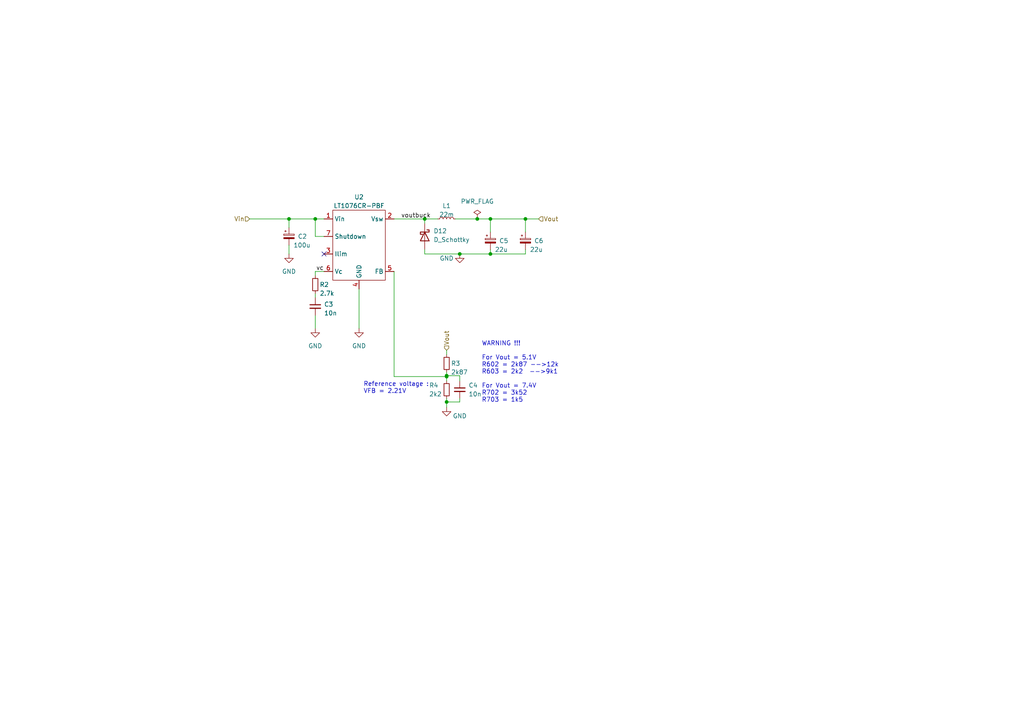
<source format=kicad_sch>
(kicad_sch
	(version 20231120)
	(generator "eeschema")
	(generator_version "8.0")
	(uuid "43a7cf79-e148-4124-8fad-05c15f2da6ec")
	(paper "A4")
	(lib_symbols
		(symbol "Device:C_Polarized_Small"
			(pin_numbers hide)
			(pin_names
				(offset 0.254) hide)
			(exclude_from_sim no)
			(in_bom yes)
			(on_board yes)
			(property "Reference" "C"
				(at 0.254 1.778 0)
				(effects
					(font
						(size 1.27 1.27)
					)
					(justify left)
				)
			)
			(property "Value" "C_Polarized_Small"
				(at 0.254 -2.032 0)
				(effects
					(font
						(size 1.27 1.27)
					)
					(justify left)
				)
			)
			(property "Footprint" ""
				(at 0 0 0)
				(effects
					(font
						(size 1.27 1.27)
					)
					(hide yes)
				)
			)
			(property "Datasheet" "~"
				(at 0 0 0)
				(effects
					(font
						(size 1.27 1.27)
					)
					(hide yes)
				)
			)
			(property "Description" "Polarized capacitor, small symbol"
				(at 0 0 0)
				(effects
					(font
						(size 1.27 1.27)
					)
					(hide yes)
				)
			)
			(property "ki_keywords" "cap capacitor"
				(at 0 0 0)
				(effects
					(font
						(size 1.27 1.27)
					)
					(hide yes)
				)
			)
			(property "ki_fp_filters" "CP_*"
				(at 0 0 0)
				(effects
					(font
						(size 1.27 1.27)
					)
					(hide yes)
				)
			)
			(symbol "C_Polarized_Small_0_1"
				(rectangle
					(start -1.524 -0.3048)
					(end 1.524 -0.6858)
					(stroke
						(width 0)
						(type default)
					)
					(fill
						(type outline)
					)
				)
				(rectangle
					(start -1.524 0.6858)
					(end 1.524 0.3048)
					(stroke
						(width 0)
						(type default)
					)
					(fill
						(type none)
					)
				)
				(polyline
					(pts
						(xy -1.27 1.524) (xy -0.762 1.524)
					)
					(stroke
						(width 0)
						(type default)
					)
					(fill
						(type none)
					)
				)
				(polyline
					(pts
						(xy -1.016 1.27) (xy -1.016 1.778)
					)
					(stroke
						(width 0)
						(type default)
					)
					(fill
						(type none)
					)
				)
			)
			(symbol "C_Polarized_Small_1_1"
				(pin passive line
					(at 0 2.54 270)
					(length 1.8542)
					(name "~"
						(effects
							(font
								(size 1.27 1.27)
							)
						)
					)
					(number "1"
						(effects
							(font
								(size 1.27 1.27)
							)
						)
					)
				)
				(pin passive line
					(at 0 -2.54 90)
					(length 1.8542)
					(name "~"
						(effects
							(font
								(size 1.27 1.27)
							)
						)
					)
					(number "2"
						(effects
							(font
								(size 1.27 1.27)
							)
						)
					)
				)
			)
		)
		(symbol "Device:C_Small"
			(pin_numbers hide)
			(pin_names
				(offset 0.254) hide)
			(exclude_from_sim no)
			(in_bom yes)
			(on_board yes)
			(property "Reference" "C"
				(at 0.254 1.778 0)
				(effects
					(font
						(size 1.27 1.27)
					)
					(justify left)
				)
			)
			(property "Value" "C_Small"
				(at 0.254 -2.032 0)
				(effects
					(font
						(size 1.27 1.27)
					)
					(justify left)
				)
			)
			(property "Footprint" ""
				(at 0 0 0)
				(effects
					(font
						(size 1.27 1.27)
					)
					(hide yes)
				)
			)
			(property "Datasheet" "~"
				(at 0 0 0)
				(effects
					(font
						(size 1.27 1.27)
					)
					(hide yes)
				)
			)
			(property "Description" "Unpolarized capacitor, small symbol"
				(at 0 0 0)
				(effects
					(font
						(size 1.27 1.27)
					)
					(hide yes)
				)
			)
			(property "ki_keywords" "capacitor cap"
				(at 0 0 0)
				(effects
					(font
						(size 1.27 1.27)
					)
					(hide yes)
				)
			)
			(property "ki_fp_filters" "C_*"
				(at 0 0 0)
				(effects
					(font
						(size 1.27 1.27)
					)
					(hide yes)
				)
			)
			(symbol "C_Small_0_1"
				(polyline
					(pts
						(xy -1.524 -0.508) (xy 1.524 -0.508)
					)
					(stroke
						(width 0.3302)
						(type default)
					)
					(fill
						(type none)
					)
				)
				(polyline
					(pts
						(xy -1.524 0.508) (xy 1.524 0.508)
					)
					(stroke
						(width 0.3048)
						(type default)
					)
					(fill
						(type none)
					)
				)
			)
			(symbol "C_Small_1_1"
				(pin passive line
					(at 0 2.54 270)
					(length 2.032)
					(name "~"
						(effects
							(font
								(size 1.27 1.27)
							)
						)
					)
					(number "1"
						(effects
							(font
								(size 1.27 1.27)
							)
						)
					)
				)
				(pin passive line
					(at 0 -2.54 90)
					(length 2.032)
					(name "~"
						(effects
							(font
								(size 1.27 1.27)
							)
						)
					)
					(number "2"
						(effects
							(font
								(size 1.27 1.27)
							)
						)
					)
				)
			)
		)
		(symbol "Device:D_Schottky"
			(pin_numbers hide)
			(pin_names
				(offset 1.016) hide)
			(exclude_from_sim no)
			(in_bom yes)
			(on_board yes)
			(property "Reference" "D"
				(at 0 2.54 0)
				(effects
					(font
						(size 1.27 1.27)
					)
				)
			)
			(property "Value" "D_Schottky"
				(at 0 -2.54 0)
				(effects
					(font
						(size 1.27 1.27)
					)
				)
			)
			(property "Footprint" ""
				(at 0 0 0)
				(effects
					(font
						(size 1.27 1.27)
					)
					(hide yes)
				)
			)
			(property "Datasheet" "~"
				(at 0 0 0)
				(effects
					(font
						(size 1.27 1.27)
					)
					(hide yes)
				)
			)
			(property "Description" "Schottky diode"
				(at 0 0 0)
				(effects
					(font
						(size 1.27 1.27)
					)
					(hide yes)
				)
			)
			(property "ki_keywords" "diode Schottky"
				(at 0 0 0)
				(effects
					(font
						(size 1.27 1.27)
					)
					(hide yes)
				)
			)
			(property "ki_fp_filters" "TO-???* *_Diode_* *SingleDiode* D_*"
				(at 0 0 0)
				(effects
					(font
						(size 1.27 1.27)
					)
					(hide yes)
				)
			)
			(symbol "D_Schottky_0_1"
				(polyline
					(pts
						(xy 1.27 0) (xy -1.27 0)
					)
					(stroke
						(width 0)
						(type default)
					)
					(fill
						(type none)
					)
				)
				(polyline
					(pts
						(xy 1.27 1.27) (xy 1.27 -1.27) (xy -1.27 0) (xy 1.27 1.27)
					)
					(stroke
						(width 0.254)
						(type default)
					)
					(fill
						(type none)
					)
				)
				(polyline
					(pts
						(xy -1.905 0.635) (xy -1.905 1.27) (xy -1.27 1.27) (xy -1.27 -1.27) (xy -0.635 -1.27) (xy -0.635 -0.635)
					)
					(stroke
						(width 0.254)
						(type default)
					)
					(fill
						(type none)
					)
				)
			)
			(symbol "D_Schottky_1_1"
				(pin passive line
					(at -3.81 0 0)
					(length 2.54)
					(name "K"
						(effects
							(font
								(size 1.27 1.27)
							)
						)
					)
					(number "1"
						(effects
							(font
								(size 1.27 1.27)
							)
						)
					)
				)
				(pin passive line
					(at 3.81 0 180)
					(length 2.54)
					(name "A"
						(effects
							(font
								(size 1.27 1.27)
							)
						)
					)
					(number "2"
						(effects
							(font
								(size 1.27 1.27)
							)
						)
					)
				)
			)
		)
		(symbol "Device:L_Small"
			(pin_numbers hide)
			(pin_names
				(offset 0.254) hide)
			(exclude_from_sim no)
			(in_bom yes)
			(on_board yes)
			(property "Reference" "L"
				(at 0.762 1.016 0)
				(effects
					(font
						(size 1.27 1.27)
					)
					(justify left)
				)
			)
			(property "Value" "L_Small"
				(at 0.762 -1.016 0)
				(effects
					(font
						(size 1.27 1.27)
					)
					(justify left)
				)
			)
			(property "Footprint" ""
				(at 0 0 0)
				(effects
					(font
						(size 1.27 1.27)
					)
					(hide yes)
				)
			)
			(property "Datasheet" "~"
				(at 0 0 0)
				(effects
					(font
						(size 1.27 1.27)
					)
					(hide yes)
				)
			)
			(property "Description" "Inductor, small symbol"
				(at 0 0 0)
				(effects
					(font
						(size 1.27 1.27)
					)
					(hide yes)
				)
			)
			(property "ki_keywords" "inductor choke coil reactor magnetic"
				(at 0 0 0)
				(effects
					(font
						(size 1.27 1.27)
					)
					(hide yes)
				)
			)
			(property "ki_fp_filters" "Choke_* *Coil* Inductor_* L_*"
				(at 0 0 0)
				(effects
					(font
						(size 1.27 1.27)
					)
					(hide yes)
				)
			)
			(symbol "L_Small_0_1"
				(arc
					(start 0 -2.032)
					(mid 0.5058 -1.524)
					(end 0 -1.016)
					(stroke
						(width 0)
						(type default)
					)
					(fill
						(type none)
					)
				)
				(arc
					(start 0 -1.016)
					(mid 0.5058 -0.508)
					(end 0 0)
					(stroke
						(width 0)
						(type default)
					)
					(fill
						(type none)
					)
				)
				(arc
					(start 0 0)
					(mid 0.5058 0.508)
					(end 0 1.016)
					(stroke
						(width 0)
						(type default)
					)
					(fill
						(type none)
					)
				)
				(arc
					(start 0 1.016)
					(mid 0.5058 1.524)
					(end 0 2.032)
					(stroke
						(width 0)
						(type default)
					)
					(fill
						(type none)
					)
				)
			)
			(symbol "L_Small_1_1"
				(pin passive line
					(at 0 2.54 270)
					(length 0.508)
					(name "~"
						(effects
							(font
								(size 1.27 1.27)
							)
						)
					)
					(number "1"
						(effects
							(font
								(size 1.27 1.27)
							)
						)
					)
				)
				(pin passive line
					(at 0 -2.54 90)
					(length 0.508)
					(name "~"
						(effects
							(font
								(size 1.27 1.27)
							)
						)
					)
					(number "2"
						(effects
							(font
								(size 1.27 1.27)
							)
						)
					)
				)
			)
		)
		(symbol "Device:R_Small"
			(pin_numbers hide)
			(pin_names
				(offset 0.254) hide)
			(exclude_from_sim no)
			(in_bom yes)
			(on_board yes)
			(property "Reference" "R"
				(at 0.762 0.508 0)
				(effects
					(font
						(size 1.27 1.27)
					)
					(justify left)
				)
			)
			(property "Value" "R_Small"
				(at 0.762 -1.016 0)
				(effects
					(font
						(size 1.27 1.27)
					)
					(justify left)
				)
			)
			(property "Footprint" ""
				(at 0 0 0)
				(effects
					(font
						(size 1.27 1.27)
					)
					(hide yes)
				)
			)
			(property "Datasheet" "~"
				(at 0 0 0)
				(effects
					(font
						(size 1.27 1.27)
					)
					(hide yes)
				)
			)
			(property "Description" "Resistor, small symbol"
				(at 0 0 0)
				(effects
					(font
						(size 1.27 1.27)
					)
					(hide yes)
				)
			)
			(property "ki_keywords" "R resistor"
				(at 0 0 0)
				(effects
					(font
						(size 1.27 1.27)
					)
					(hide yes)
				)
			)
			(property "ki_fp_filters" "R_*"
				(at 0 0 0)
				(effects
					(font
						(size 1.27 1.27)
					)
					(hide yes)
				)
			)
			(symbol "R_Small_0_1"
				(rectangle
					(start -0.762 1.778)
					(end 0.762 -1.778)
					(stroke
						(width 0.2032)
						(type default)
					)
					(fill
						(type none)
					)
				)
			)
			(symbol "R_Small_1_1"
				(pin passive line
					(at 0 2.54 270)
					(length 0.762)
					(name "~"
						(effects
							(font
								(size 1.27 1.27)
							)
						)
					)
					(number "1"
						(effects
							(font
								(size 1.27 1.27)
							)
						)
					)
				)
				(pin passive line
					(at 0 -2.54 90)
					(length 0.762)
					(name "~"
						(effects
							(font
								(size 1.27 1.27)
							)
						)
					)
					(number "2"
						(effects
							(font
								(size 1.27 1.27)
							)
						)
					)
				)
			)
		)
		(symbol "LT1076_1"
			(exclude_from_sim no)
			(in_bom yes)
			(on_board yes)
			(property "Reference" "U"
				(at -6.35 10.16 0)
				(effects
					(font
						(size 1.27 1.27)
					)
				)
			)
			(property "Value" ""
				(at -5.08 2.54 0)
				(effects
					(font
						(size 1.27 1.27)
					)
				)
			)
			(property "Footprint" ""
				(at -5.08 2.54 0)
				(effects
					(font
						(size 1.27 1.27)
					)
					(hide yes)
				)
			)
			(property "Datasheet" ""
				(at -5.08 2.54 0)
				(effects
					(font
						(size 1.27 1.27)
					)
					(hide yes)
				)
			)
			(property "Description" ""
				(at 0 0 0)
				(effects
					(font
						(size 1.27 1.27)
					)
					(hide yes)
				)
			)
			(symbol "LT1076_1_0_1"
				(rectangle
					(start -7.62 8.89)
					(end 7.62 -11.43)
					(stroke
						(width 0)
						(type default)
					)
					(fill
						(type none)
					)
				)
			)
			(symbol "LT1076_1_1_1"
				(pin power_in line
					(at -10.16 6.35 0)
					(length 2.54)
					(name "Vin"
						(effects
							(font
								(size 1.27 1.27)
							)
						)
					)
					(number "1"
						(effects
							(font
								(size 1.27 1.27)
							)
						)
					)
				)
				(pin output line
					(at 10.16 6.35 180)
					(length 2.54)
					(name "Vsw"
						(effects
							(font
								(size 1.27 1.27)
							)
						)
					)
					(number "2"
						(effects
							(font
								(size 1.27 1.27)
							)
						)
					)
				)
				(pin input line
					(at -10.16 -3.81 0)
					(length 2.54)
					(name "Ilim"
						(effects
							(font
								(size 1.27 1.27)
							)
						)
					)
					(number "3"
						(effects
							(font
								(size 1.27 1.27)
							)
						)
					)
				)
				(pin power_in line
					(at 0 -13.97 90)
					(length 2.54)
					(name "GND"
						(effects
							(font
								(size 1.27 1.27)
							)
						)
					)
					(number "4"
						(effects
							(font
								(size 1.27 1.27)
							)
						)
					)
				)
				(pin input line
					(at 10.16 -8.89 180)
					(length 2.54)
					(name "FB"
						(effects
							(font
								(size 1.27 1.27)
							)
						)
					)
					(number "5"
						(effects
							(font
								(size 1.27 1.27)
							)
						)
					)
				)
				(pin input line
					(at -10.16 -8.89 0)
					(length 2.54)
					(name "Vc"
						(effects
							(font
								(size 1.27 1.27)
							)
						)
					)
					(number "6"
						(effects
							(font
								(size 1.27 1.27)
							)
						)
					)
				)
				(pin input line
					(at -10.16 1.27 0)
					(length 2.54)
					(name "Shutdown"
						(effects
							(font
								(size 1.27 1.27)
							)
						)
					)
					(number "7"
						(effects
							(font
								(size 1.27 1.27)
							)
						)
					)
				)
			)
		)
		(symbol "power:GND"
			(power)
			(pin_names
				(offset 0)
			)
			(exclude_from_sim no)
			(in_bom yes)
			(on_board yes)
			(property "Reference" "#PWR"
				(at 0 -6.35 0)
				(effects
					(font
						(size 1.27 1.27)
					)
					(hide yes)
				)
			)
			(property "Value" "GND"
				(at 0 -3.81 0)
				(effects
					(font
						(size 1.27 1.27)
					)
				)
			)
			(property "Footprint" ""
				(at 0 0 0)
				(effects
					(font
						(size 1.27 1.27)
					)
					(hide yes)
				)
			)
			(property "Datasheet" ""
				(at 0 0 0)
				(effects
					(font
						(size 1.27 1.27)
					)
					(hide yes)
				)
			)
			(property "Description" "Power symbol creates a global label with name \"GND\" , ground"
				(at 0 0 0)
				(effects
					(font
						(size 1.27 1.27)
					)
					(hide yes)
				)
			)
			(property "ki_keywords" "global power"
				(at 0 0 0)
				(effects
					(font
						(size 1.27 1.27)
					)
					(hide yes)
				)
			)
			(symbol "GND_0_1"
				(polyline
					(pts
						(xy 0 0) (xy 0 -1.27) (xy 1.27 -1.27) (xy 0 -2.54) (xy -1.27 -1.27) (xy 0 -1.27)
					)
					(stroke
						(width 0)
						(type default)
					)
					(fill
						(type none)
					)
				)
			)
			(symbol "GND_1_1"
				(pin power_in line
					(at 0 0 270)
					(length 0) hide
					(name "GND"
						(effects
							(font
								(size 1.27 1.27)
							)
						)
					)
					(number "1"
						(effects
							(font
								(size 1.27 1.27)
							)
						)
					)
				)
			)
		)
		(symbol "power:PWR_FLAG"
			(power)
			(pin_numbers hide)
			(pin_names
				(offset 0) hide)
			(exclude_from_sim no)
			(in_bom yes)
			(on_board yes)
			(property "Reference" "#FLG"
				(at 0 1.905 0)
				(effects
					(font
						(size 1.27 1.27)
					)
					(hide yes)
				)
			)
			(property "Value" "PWR_FLAG"
				(at 0 3.81 0)
				(effects
					(font
						(size 1.27 1.27)
					)
				)
			)
			(property "Footprint" ""
				(at 0 0 0)
				(effects
					(font
						(size 1.27 1.27)
					)
					(hide yes)
				)
			)
			(property "Datasheet" "~"
				(at 0 0 0)
				(effects
					(font
						(size 1.27 1.27)
					)
					(hide yes)
				)
			)
			(property "Description" "Special symbol for telling ERC where power comes from"
				(at 0 0 0)
				(effects
					(font
						(size 1.27 1.27)
					)
					(hide yes)
				)
			)
			(property "ki_keywords" "flag power"
				(at 0 0 0)
				(effects
					(font
						(size 1.27 1.27)
					)
					(hide yes)
				)
			)
			(symbol "PWR_FLAG_0_0"
				(pin power_out line
					(at 0 0 90)
					(length 0)
					(name "pwr"
						(effects
							(font
								(size 1.27 1.27)
							)
						)
					)
					(number "1"
						(effects
							(font
								(size 1.27 1.27)
							)
						)
					)
				)
			)
			(symbol "PWR_FLAG_0_1"
				(polyline
					(pts
						(xy 0 0) (xy 0 1.27) (xy -1.016 1.905) (xy 0 2.54) (xy 1.016 1.905) (xy 0 1.27)
					)
					(stroke
						(width 0)
						(type default)
					)
					(fill
						(type none)
					)
				)
			)
		)
	)
	(junction
		(at 129.54 108.966)
		(diameter 0)
		(color 0 0 0 0)
		(uuid "0f4e11d7-38a4-4831-b4a4-b9f04d8a486f")
	)
	(junction
		(at 91.44 63.5)
		(diameter 0)
		(color 0 0 0 0)
		(uuid "228c0b57-52da-4cdb-bf6b-3c123444c2a1")
	)
	(junction
		(at 152.4 63.5)
		(diameter 0)
		(color 0 0 0 0)
		(uuid "2c106877-379c-464b-afb2-2481133cfee4")
	)
	(junction
		(at 138.43 63.5)
		(diameter 0)
		(color 0 0 0 0)
		(uuid "75e67e06-452e-42cb-b377-51d99a0c8221")
	)
	(junction
		(at 129.54 109.22)
		(diameter 0)
		(color 0 0 0 0)
		(uuid "844dd7d6-99a1-4411-8fed-71edbc21c29f")
	)
	(junction
		(at 129.54 116.586)
		(diameter 0)
		(color 0 0 0 0)
		(uuid "a790d590-de48-46fb-b7fb-58e0e23d6625")
	)
	(junction
		(at 123.19 63.5)
		(diameter 0)
		(color 0 0 0 0)
		(uuid "ab8ecc42-6ad4-4016-89bc-b4cdc65d20cd")
	)
	(junction
		(at 142.24 63.5)
		(diameter 0)
		(color 0 0 0 0)
		(uuid "b288a829-4c29-4384-9989-a776b6015485")
	)
	(junction
		(at 142.24 73.66)
		(diameter 0)
		(color 0 0 0 0)
		(uuid "bc2fe9c6-3aa1-4991-91a6-12b034d94e8c")
	)
	(junction
		(at 133.35 73.66)
		(diameter 0)
		(color 0 0 0 0)
		(uuid "d7356bd5-d971-42e4-92df-211de119f2b9")
	)
	(junction
		(at 83.82 63.5)
		(diameter 0)
		(color 0 0 0 0)
		(uuid "ed35fcd4-055e-4f84-9fe8-e1155be8c99c")
	)
	(no_connect
		(at 93.98 73.66)
		(uuid "30caa600-2628-43b4-9711-84d22e862647")
	)
	(wire
		(pts
			(xy 152.4 63.5) (xy 142.24 63.5)
		)
		(stroke
			(width 0)
			(type default)
		)
		(uuid "019d7028-5caf-4646-8851-be9f9ded36d2")
	)
	(wire
		(pts
			(xy 123.19 72.39) (xy 123.19 73.66)
		)
		(stroke
			(width 0)
			(type default)
		)
		(uuid "0beefdf2-2331-4b13-acd1-309fc2ab8c3f")
	)
	(wire
		(pts
			(xy 104.14 83.82) (xy 104.14 95.25)
		)
		(stroke
			(width 0)
			(type default)
		)
		(uuid "16336937-824b-4142-a666-8c78333e4cd9")
	)
	(wire
		(pts
			(xy 72.39 63.5) (xy 83.82 63.5)
		)
		(stroke
			(width 0)
			(type default)
		)
		(uuid "1b2687d7-e39d-4012-aad2-490fa5c948d8")
	)
	(wire
		(pts
			(xy 133.35 115.57) (xy 133.35 116.586)
		)
		(stroke
			(width 0)
			(type default)
		)
		(uuid "1cc23d3e-737f-43b0-b143-c0c697dd0b50")
	)
	(wire
		(pts
			(xy 83.82 71.12) (xy 83.82 73.66)
		)
		(stroke
			(width 0)
			(type default)
		)
		(uuid "28c932e8-68f2-47f0-828d-b39f12ccbd09")
	)
	(wire
		(pts
			(xy 91.44 95.25) (xy 91.44 91.44)
		)
		(stroke
			(width 0)
			(type default)
		)
		(uuid "2b20ed6c-9b2a-479b-83e5-edbff06af7f4")
	)
	(wire
		(pts
			(xy 91.44 78.74) (xy 93.98 78.74)
		)
		(stroke
			(width 0)
			(type default)
		)
		(uuid "2ec6faa3-e5a0-447d-adea-b9e5d584e7f2")
	)
	(wire
		(pts
			(xy 91.44 80.01) (xy 91.44 78.74)
		)
		(stroke
			(width 0)
			(type default)
		)
		(uuid "4059dde1-fb87-4568-90b5-a9f1e7a27b3d")
	)
	(wire
		(pts
			(xy 129.54 109.22) (xy 129.54 110.49)
		)
		(stroke
			(width 0)
			(type default)
		)
		(uuid "4ffb4582-5a71-4ab6-a152-274533d1e2a8")
	)
	(wire
		(pts
			(xy 114.3 78.74) (xy 114.3 109.22)
		)
		(stroke
			(width 0)
			(type default)
		)
		(uuid "5030a1aa-b1cd-4a62-bc91-aed1bcbf4cda")
	)
	(wire
		(pts
			(xy 83.82 63.5) (xy 91.44 63.5)
		)
		(stroke
			(width 0)
			(type default)
		)
		(uuid "52a118b3-d7cb-4b7f-bf03-81115abcb57c")
	)
	(wire
		(pts
			(xy 91.44 68.58) (xy 91.44 63.5)
		)
		(stroke
			(width 0)
			(type default)
		)
		(uuid "56b9d1ec-9ede-477b-b389-9e2448df5ec6")
	)
	(wire
		(pts
			(xy 152.4 63.5) (xy 152.4 67.31)
		)
		(stroke
			(width 0)
			(type default)
		)
		(uuid "60e9730f-ba94-4e54-bd09-2ac27c887eb8")
	)
	(wire
		(pts
			(xy 91.44 85.09) (xy 91.44 86.36)
		)
		(stroke
			(width 0)
			(type default)
		)
		(uuid "6936345f-54c6-429b-a004-eec5ef47965b")
	)
	(wire
		(pts
			(xy 138.43 63.5) (xy 142.24 63.5)
		)
		(stroke
			(width 0)
			(type default)
		)
		(uuid "7c5899e6-707c-4728-a170-a03a97c10bcf")
	)
	(wire
		(pts
			(xy 152.4 73.66) (xy 152.4 72.39)
		)
		(stroke
			(width 0)
			(type default)
		)
		(uuid "7f4db181-3cb5-4519-a330-62bad7e19902")
	)
	(wire
		(pts
			(xy 91.44 63.5) (xy 93.98 63.5)
		)
		(stroke
			(width 0)
			(type default)
		)
		(uuid "814a508d-5d5b-4a63-a001-e98f71f68a2d")
	)
	(wire
		(pts
			(xy 123.19 64.77) (xy 123.19 63.5)
		)
		(stroke
			(width 0)
			(type default)
		)
		(uuid "82bfc3d5-29fe-4bd9-8073-34dc95b1bd46")
	)
	(wire
		(pts
			(xy 142.24 73.66) (xy 152.4 73.66)
		)
		(stroke
			(width 0)
			(type default)
		)
		(uuid "836d51cc-4212-41d6-9d96-0912e20c2f00")
	)
	(wire
		(pts
			(xy 123.19 73.66) (xy 133.35 73.66)
		)
		(stroke
			(width 0)
			(type default)
		)
		(uuid "86bf081a-9d94-4e35-9829-322b9f430379")
	)
	(wire
		(pts
			(xy 129.54 115.57) (xy 129.54 116.586)
		)
		(stroke
			(width 0)
			(type default)
		)
		(uuid "8837ee34-ff68-4847-8fd8-ad244d965aec")
	)
	(wire
		(pts
			(xy 129.54 118.11) (xy 129.54 116.586)
		)
		(stroke
			(width 0)
			(type default)
		)
		(uuid "8cb739f4-ca57-4513-ba28-5c6f05a93ffb")
	)
	(wire
		(pts
			(xy 114.3 109.22) (xy 129.54 109.22)
		)
		(stroke
			(width 0)
			(type default)
		)
		(uuid "99d8d571-6838-4186-acd6-350d7e70387a")
	)
	(wire
		(pts
			(xy 133.35 110.49) (xy 133.35 108.966)
		)
		(stroke
			(width 0)
			(type default)
		)
		(uuid "a248f41b-03c9-4706-b2a7-cb040e2a46a3")
	)
	(wire
		(pts
			(xy 129.54 107.95) (xy 129.54 108.966)
		)
		(stroke
			(width 0)
			(type default)
		)
		(uuid "a92e99a2-d503-4784-9596-2ef9a77c9f27")
	)
	(wire
		(pts
			(xy 156.21 63.5) (xy 152.4 63.5)
		)
		(stroke
			(width 0)
			(type default)
		)
		(uuid "b83696ba-d37a-472d-bc4a-e100dc0cbf8c")
	)
	(wire
		(pts
			(xy 93.98 68.58) (xy 91.44 68.58)
		)
		(stroke
			(width 0)
			(type default)
		)
		(uuid "c2d9b231-432a-4fb1-96f1-c16e7d2f1fca")
	)
	(wire
		(pts
			(xy 129.54 116.586) (xy 133.35 116.586)
		)
		(stroke
			(width 0)
			(type default)
		)
		(uuid "c737bad3-874e-4ffa-aab8-91edeba1998c")
	)
	(wire
		(pts
			(xy 129.54 101.6) (xy 129.54 102.87)
		)
		(stroke
			(width 0)
			(type default)
		)
		(uuid "c8e31f70-e90f-4499-8e08-25323079669d")
	)
	(wire
		(pts
			(xy 114.3 63.5) (xy 123.19 63.5)
		)
		(stroke
			(width 0)
			(type default)
		)
		(uuid "decb36ab-d4fd-4560-911d-27633e6c6b8a")
	)
	(wire
		(pts
			(xy 133.35 73.66) (xy 142.24 73.66)
		)
		(stroke
			(width 0)
			(type default)
		)
		(uuid "e398910f-5401-4a83-b16f-cba61ba0e897")
	)
	(wire
		(pts
			(xy 142.24 63.5) (xy 142.24 67.31)
		)
		(stroke
			(width 0)
			(type default)
		)
		(uuid "e78a2fb0-e3d4-40cb-a7f4-1a67c743db82")
	)
	(wire
		(pts
			(xy 129.54 108.966) (xy 133.35 108.966)
		)
		(stroke
			(width 0)
			(type default)
		)
		(uuid "ea1cf9c7-6de0-4f35-b0cf-f9e103cb38b9")
	)
	(wire
		(pts
			(xy 83.82 63.5) (xy 83.82 66.04)
		)
		(stroke
			(width 0)
			(type default)
		)
		(uuid "ea9c2ed9-efbc-437b-966f-6a2b3db9ce3b")
	)
	(wire
		(pts
			(xy 129.54 109.22) (xy 129.54 108.966)
		)
		(stroke
			(width 0)
			(type default)
		)
		(uuid "ef39014a-ff36-40a5-8216-cabebd9e5b58")
	)
	(wire
		(pts
			(xy 132.08 63.5) (xy 138.43 63.5)
		)
		(stroke
			(width 0)
			(type default)
		)
		(uuid "f04c1b1a-6ead-4655-a11e-90b8c5e02ef8")
	)
	(wire
		(pts
			(xy 142.24 72.39) (xy 142.24 73.66)
		)
		(stroke
			(width 0)
			(type default)
		)
		(uuid "fbfd7127-654b-4bac-b0d4-934c75717550")
	)
	(wire
		(pts
			(xy 123.19 63.5) (xy 127 63.5)
		)
		(stroke
			(width 0)
			(type default)
		)
		(uuid "fee45af2-05ac-4e19-a929-cc2711f407e4")
	)
	(text "Reference voltage :\nVFB = 2.21V"
		(exclude_from_sim no)
		(at 105.41 114.3 0)
		(effects
			(font
				(size 1.27 1.27)
			)
			(justify left bottom)
		)
		(uuid "9eae6204-87d7-410f-acee-99512711ba3c")
	)
	(text "WARNING !!!\n\nFor Vout = 5.1V\nR602 = 2k87 -->12k\nR603 = 2k2  -->9k1\n\nFor Vout = 7.4V\nR702 = 3k52\nR703 = 1k5"
		(exclude_from_sim no)
		(at 139.7 116.84 0)
		(effects
			(font
				(size 1.27 1.27)
			)
			(justify left bottom)
		)
		(uuid "f98e6531-89af-47d7-a819-384501e54750")
	)
	(label "vc"
		(at 91.694 78.74 0)
		(fields_autoplaced yes)
		(effects
			(font
				(size 1.27 1.27)
			)
			(justify left bottom)
		)
		(uuid "53b8c80d-1a8e-4d48-8e19-26c276c30d5c")
	)
	(label "voutbuck"
		(at 116.332 63.5 0)
		(fields_autoplaced yes)
		(effects
			(font
				(size 1.27 1.27)
			)
			(justify left bottom)
		)
		(uuid "fe40b3e5-9983-4dc2-9517-a183ba7d550b")
	)
	(hierarchical_label "Vin"
		(shape input)
		(at 72.39 63.5 180)
		(fields_autoplaced yes)
		(effects
			(font
				(size 1.27 1.27)
			)
			(justify right)
		)
		(uuid "096a0059-9abe-430d-89d9-ac42b1ec3b69")
		(property "14.4V" ""
			(at 72.39 64.77 0)
			(effects
				(font
					(size 1.27 1.27)
					(italic yes)
				)
				(justify right)
			)
		)
	)
	(hierarchical_label "Vout"
		(shape input)
		(at 129.54 101.6 90)
		(fields_autoplaced yes)
		(effects
			(font
				(size 1.27 1.27)
			)
			(justify left)
		)
		(uuid "a03e3639-1964-4c40-887f-632d2daba913")
	)
	(hierarchical_label "Vout"
		(shape input)
		(at 156.21 63.5 0)
		(fields_autoplaced yes)
		(effects
			(font
				(size 1.27 1.27)
			)
			(justify left)
		)
		(uuid "d8dec13b-c27e-4b01-92d9-301e76365e62")
	)
	(symbol
		(lib_id "Device:D_Schottky")
		(at 123.19 68.58 270)
		(unit 1)
		(exclude_from_sim no)
		(in_bom yes)
		(on_board yes)
		(dnp no)
		(fields_autoplaced yes)
		(uuid "2757c411-0449-494d-bd96-e6073d15abc4")
		(property "Reference" "D12"
			(at 125.73 66.9925 90)
			(effects
				(font
					(size 1.27 1.27)
				)
				(justify left)
			)
		)
		(property "Value" "D_Schottky"
			(at 125.73 69.5325 90)
			(effects
				(font
					(size 1.27 1.27)
				)
				(justify left)
			)
		)
		(property "Footprint" "custom:DST10100S"
			(at 123.19 68.58 0)
			(effects
				(font
					(size 1.27 1.27)
				)
				(hide yes)
			)
		)
		(property "Datasheet" "https://www.mouser.fr/datasheet/2/240/media-3323546.pdf"
			(at 123.19 68.58 0)
			(effects
				(font
					(size 1.27 1.27)
				)
				(hide yes)
			)
		)
		(property "Description" ""
			(at 123.19 68.58 0)
			(effects
				(font
					(size 1.27 1.27)
				)
				(hide yes)
			)
		)
		(property "MPN" "DST10100S"
			(at 123.19 68.58 90)
			(effects
				(font
					(size 1.27 1.27)
				)
				(hide yes)
			)
		)
		(pin "1"
			(uuid "48c1998b-87f5-4304-8f6d-651e00eea1b7")
		)
		(pin "2"
			(uuid "8218449e-2cdd-4e4e-95e2-fa1db43ac231")
		)
		(instances
			(project "test1"
				(path "/6efb9aa2-c304-47cb-bf47-2a5d20e826bc/cad709d9-2085-46d3-9191-e70c9b6c1eb6"
					(reference "D12")
					(unit 1)
				)
			)
		)
	)
	(symbol
		(lib_id "Device:R_Small")
		(at 129.54 105.41 0)
		(unit 1)
		(exclude_from_sim no)
		(in_bom yes)
		(on_board yes)
		(dnp no)
		(uuid "2bfe7844-02f6-44a6-ac9a-55ae25813c34")
		(property "Reference" "R3"
			(at 130.81 105.41 0)
			(effects
				(font
					(size 1.27 1.27)
				)
				(justify left)
			)
		)
		(property "Value" "2k87"
			(at 130.81 107.95 0)
			(effects
				(font
					(size 1.27 1.27)
				)
				(justify left)
			)
		)
		(property "Footprint" "Resistor_SMD:R_0402_1005Metric"
			(at 129.54 105.41 0)
			(effects
				(font
					(size 1.27 1.27)
				)
				(hide yes)
			)
		)
		(property "Datasheet" "~"
			(at 129.54 105.41 0)
			(effects
				(font
					(size 1.27 1.27)
				)
				(hide yes)
			)
		)
		(property "Description" ""
			(at 129.54 105.41 0)
			(effects
				(font
					(size 1.27 1.27)
				)
				(hide yes)
			)
		)
		(pin "1"
			(uuid "232e7ec0-69f1-4315-8eca-39c2ca21e172")
		)
		(pin "2"
			(uuid "e7cb668e-b6ed-4a96-a250-3cb82d33ae65")
		)
		(instances
			(project "test1"
				(path "/6efb9aa2-c304-47cb-bf47-2a5d20e826bc/cad709d9-2085-46d3-9191-e70c9b6c1eb6"
					(reference "R3")
					(unit 1)
				)
			)
		)
	)
	(symbol
		(lib_id "Device:C_Polarized_Small")
		(at 83.82 68.58 0)
		(unit 1)
		(exclude_from_sim no)
		(in_bom yes)
		(on_board yes)
		(dnp no)
		(uuid "2d9917d9-b9a2-4c7b-a77b-76949aea57ed")
		(property "Reference" "C2"
			(at 86.36 68.58 0)
			(effects
				(font
					(size 1.27 1.27)
				)
				(justify left)
			)
		)
		(property "Value" "100u"
			(at 85.09 71.12 0)
			(effects
				(font
					(size 1.27 1.27)
				)
				(justify left)
			)
		)
		(property "Footprint" "Capacitor_SMD:CP_Elec_6.3x7.7"
			(at 83.82 68.58 0)
			(effects
				(font
					(size 1.27 1.27)
				)
				(hide yes)
			)
		)
		(property "Datasheet" "https://www.we-online.com/components/products/datasheet/865060445005.pdf"
			(at 83.82 68.58 0)
			(effects
				(font
					(size 1.27 1.27)
				)
				(hide yes)
			)
		)
		(property "Description" ""
			(at 83.82 68.58 0)
			(effects
				(font
					(size 1.27 1.27)
				)
				(hide yes)
			)
		)
		(property "MPN" "865060445005"
			(at 83.82 68.58 0)
			(effects
				(font
					(size 1.27 1.27)
				)
				(hide yes)
			)
		)
		(property "Vmax" "25V"
			(at 83.82 68.58 0)
			(effects
				(font
					(size 1.27 1.27)
				)
				(hide yes)
			)
		)
		(pin "1"
			(uuid "1c9f98c5-45fe-4110-bb9b-7abde3d80354")
		)
		(pin "2"
			(uuid "94b18a48-958a-4317-bf59-dfd076e9e61e")
		)
		(instances
			(project "test1"
				(path "/6efb9aa2-c304-47cb-bf47-2a5d20e826bc/cad709d9-2085-46d3-9191-e70c9b6c1eb6"
					(reference "C2")
					(unit 1)
				)
			)
		)
	)
	(symbol
		(lib_id "power:GND")
		(at 83.82 73.66 0)
		(unit 1)
		(exclude_from_sim no)
		(in_bom yes)
		(on_board yes)
		(dnp no)
		(fields_autoplaced yes)
		(uuid "32d09372-67e8-4b08-bc2e-a98683cc5042")
		(property "Reference" "#PWR022"
			(at 83.82 80.01 0)
			(effects
				(font
					(size 1.27 1.27)
				)
				(hide yes)
			)
		)
		(property "Value" "GND"
			(at 83.82 78.74 0)
			(effects
				(font
					(size 1.27 1.27)
				)
			)
		)
		(property "Footprint" ""
			(at 83.82 73.66 0)
			(effects
				(font
					(size 1.27 1.27)
				)
				(hide yes)
			)
		)
		(property "Datasheet" ""
			(at 83.82 73.66 0)
			(effects
				(font
					(size 1.27 1.27)
				)
				(hide yes)
			)
		)
		(property "Description" ""
			(at 83.82 73.66 0)
			(effects
				(font
					(size 1.27 1.27)
				)
				(hide yes)
			)
		)
		(pin "1"
			(uuid "02f525c5-ca1f-42f7-a729-f406ddaa5b9d")
		)
		(instances
			(project "test1"
				(path "/6efb9aa2-c304-47cb-bf47-2a5d20e826bc/cad709d9-2085-46d3-9191-e70c9b6c1eb6"
					(reference "#PWR022")
					(unit 1)
				)
			)
		)
	)
	(symbol
		(lib_id "Device:L_Small")
		(at 129.54 63.5 90)
		(unit 1)
		(exclude_from_sim no)
		(in_bom yes)
		(on_board yes)
		(dnp no)
		(fields_autoplaced yes)
		(uuid "381756f8-bee3-4727-bbfe-c35a5a870c64")
		(property "Reference" "L1"
			(at 129.54 59.69 90)
			(effects
				(font
					(size 1.27 1.27)
				)
			)
		)
		(property "Value" "22m"
			(at 129.54 62.23 90)
			(effects
				(font
					(size 1.27 1.27)
				)
			)
		)
		(property "Footprint" "Inductor_SMD:L_Changjiang_FNR8065S"
			(at 129.54 63.5 0)
			(effects
				(font
					(size 1.27 1.27)
				)
				(hide yes)
			)
		)
		(property "Datasheet" "~"
			(at 129.54 63.5 0)
			(effects
				(font
					(size 1.27 1.27)
				)
				(hide yes)
			)
		)
		(property "Description" ""
			(at 129.54 63.5 0)
			(effects
				(font
					(size 1.27 1.27)
				)
				(hide yes)
			)
		)
		(property "MPN" "74404084220"
			(at 129.54 63.5 90)
			(effects
				(font
					(size 1.27 1.27)
				)
				(hide yes)
			)
		)
		(property "Field5" ""
			(at 129.54 63.5 90)
			(effects
				(font
					(size 1.27 1.27)
				)
				(hide yes)
			)
		)
		(pin "1"
			(uuid "01606243-d25a-44f7-b346-14980cca522c")
		)
		(pin "2"
			(uuid "1ad94db7-e537-4595-8b34-c426df1504b4")
		)
		(instances
			(project "test1"
				(path "/6efb9aa2-c304-47cb-bf47-2a5d20e826bc/cad709d9-2085-46d3-9191-e70c9b6c1eb6"
					(reference "L1")
					(unit 1)
				)
			)
		)
	)
	(symbol
		(lib_id "power:PWR_FLAG")
		(at 138.43 63.5 0)
		(unit 1)
		(exclude_from_sim no)
		(in_bom yes)
		(on_board yes)
		(dnp no)
		(fields_autoplaced yes)
		(uuid "453d7d3c-67db-4749-b555-91fdfb5bdf2d")
		(property "Reference" "#FLG01"
			(at 138.43 61.595 0)
			(effects
				(font
					(size 1.27 1.27)
				)
				(hide yes)
			)
		)
		(property "Value" "PWR_FLAG"
			(at 138.43 58.42 0)
			(effects
				(font
					(size 1.27 1.27)
				)
			)
		)
		(property "Footprint" ""
			(at 138.43 63.5 0)
			(effects
				(font
					(size 1.27 1.27)
				)
				(hide yes)
			)
		)
		(property "Datasheet" "~"
			(at 138.43 63.5 0)
			(effects
				(font
					(size 1.27 1.27)
				)
				(hide yes)
			)
		)
		(property "Description" ""
			(at 138.43 63.5 0)
			(effects
				(font
					(size 1.27 1.27)
				)
				(hide yes)
			)
		)
		(pin "1"
			(uuid "67071440-1fc5-4fd7-9d3d-7552373b3a0e")
		)
		(instances
			(project "test1"
				(path "/6efb9aa2-c304-47cb-bf47-2a5d20e826bc/cad709d9-2085-46d3-9191-e70c9b6c1eb6"
					(reference "#FLG01")
					(unit 1)
				)
			)
		)
	)
	(symbol
		(lib_id "Device:C_Small")
		(at 133.35 113.03 0)
		(unit 1)
		(exclude_from_sim no)
		(in_bom yes)
		(on_board yes)
		(dnp no)
		(fields_autoplaced yes)
		(uuid "48b7231a-6ae1-4c2d-b3c3-e074b9ed5fb6")
		(property "Reference" "C4"
			(at 135.89 111.7663 0)
			(effects
				(font
					(size 1.27 1.27)
				)
				(justify left)
			)
		)
		(property "Value" "10n"
			(at 135.89 114.3063 0)
			(effects
				(font
					(size 1.27 1.27)
				)
				(justify left)
			)
		)
		(property "Footprint" "Capacitor_SMD:C_0402_1005Metric"
			(at 133.35 113.03 0)
			(effects
				(font
					(size 1.27 1.27)
				)
				(hide yes)
			)
		)
		(property "Datasheet" "~"
			(at 133.35 113.03 0)
			(effects
				(font
					(size 1.27 1.27)
				)
				(hide yes)
			)
		)
		(property "Description" ""
			(at 133.35 113.03 0)
			(effects
				(font
					(size 1.27 1.27)
				)
				(hide yes)
			)
		)
		(pin "1"
			(uuid "44305651-f5f4-40fb-8b4d-7a76b01d16fc")
		)
		(pin "2"
			(uuid "f235887b-955e-4508-88ad-c1ae791ef04f")
		)
		(instances
			(project "test1"
				(path "/6efb9aa2-c304-47cb-bf47-2a5d20e826bc/cad709d9-2085-46d3-9191-e70c9b6c1eb6"
					(reference "C4")
					(unit 1)
				)
			)
		)
	)
	(symbol
		(lib_id "power:GND")
		(at 133.35 73.66 0)
		(unit 1)
		(exclude_from_sim no)
		(in_bom yes)
		(on_board yes)
		(dnp no)
		(uuid "5051a358-db9b-4e14-8eac-8f450f71bbd6")
		(property "Reference" "#PWR026"
			(at 133.35 80.01 0)
			(effects
				(font
					(size 1.27 1.27)
				)
				(hide yes)
			)
		)
		(property "Value" "GND"
			(at 129.54 74.93 0)
			(effects
				(font
					(size 1.27 1.27)
				)
			)
		)
		(property "Footprint" ""
			(at 133.35 73.66 0)
			(effects
				(font
					(size 1.27 1.27)
				)
				(hide yes)
			)
		)
		(property "Datasheet" ""
			(at 133.35 73.66 0)
			(effects
				(font
					(size 1.27 1.27)
				)
				(hide yes)
			)
		)
		(property "Description" ""
			(at 133.35 73.66 0)
			(effects
				(font
					(size 1.27 1.27)
				)
				(hide yes)
			)
		)
		(pin "1"
			(uuid "c2928887-aa40-402f-a208-c1dc0bfdfa9d")
		)
		(instances
			(project "test1"
				(path "/6efb9aa2-c304-47cb-bf47-2a5d20e826bc/cad709d9-2085-46d3-9191-e70c9b6c1eb6"
					(reference "#PWR026")
					(unit 1)
				)
			)
		)
	)
	(symbol
		(lib_id "power:GND")
		(at 104.14 95.25 0)
		(unit 1)
		(exclude_from_sim no)
		(in_bom yes)
		(on_board yes)
		(dnp no)
		(fields_autoplaced yes)
		(uuid "542846a4-f56f-46f0-a385-086b9a0f804a")
		(property "Reference" "#PWR024"
			(at 104.14 101.6 0)
			(effects
				(font
					(size 1.27 1.27)
				)
				(hide yes)
			)
		)
		(property "Value" "GND"
			(at 104.14 100.33 0)
			(effects
				(font
					(size 1.27 1.27)
				)
			)
		)
		(property "Footprint" ""
			(at 104.14 95.25 0)
			(effects
				(font
					(size 1.27 1.27)
				)
				(hide yes)
			)
		)
		(property "Datasheet" ""
			(at 104.14 95.25 0)
			(effects
				(font
					(size 1.27 1.27)
				)
				(hide yes)
			)
		)
		(property "Description" ""
			(at 104.14 95.25 0)
			(effects
				(font
					(size 1.27 1.27)
				)
				(hide yes)
			)
		)
		(pin "1"
			(uuid "a69ae903-5b2c-4a6d-a1a4-1d1b8c4988e0")
		)
		(instances
			(project "test1"
				(path "/6efb9aa2-c304-47cb-bf47-2a5d20e826bc/cad709d9-2085-46d3-9191-e70c9b6c1eb6"
					(reference "#PWR024")
					(unit 1)
				)
			)
		)
	)
	(symbol
		(lib_id "power:GND")
		(at 129.54 118.11 0)
		(unit 1)
		(exclude_from_sim no)
		(in_bom yes)
		(on_board yes)
		(dnp no)
		(uuid "55de8a7c-097f-4607-b266-f1e980774fde")
		(property "Reference" "#PWR025"
			(at 129.54 124.46 0)
			(effects
				(font
					(size 1.27 1.27)
				)
				(hide yes)
			)
		)
		(property "Value" "GND"
			(at 133.35 120.65 0)
			(effects
				(font
					(size 1.27 1.27)
				)
			)
		)
		(property "Footprint" ""
			(at 129.54 118.11 0)
			(effects
				(font
					(size 1.27 1.27)
				)
				(hide yes)
			)
		)
		(property "Datasheet" ""
			(at 129.54 118.11 0)
			(effects
				(font
					(size 1.27 1.27)
				)
				(hide yes)
			)
		)
		(property "Description" ""
			(at 129.54 118.11 0)
			(effects
				(font
					(size 1.27 1.27)
				)
				(hide yes)
			)
		)
		(pin "1"
			(uuid "a79ec4fd-a037-4748-942d-c27f1404851e")
		)
		(instances
			(project "test1"
				(path "/6efb9aa2-c304-47cb-bf47-2a5d20e826bc/cad709d9-2085-46d3-9191-e70c9b6c1eb6"
					(reference "#PWR025")
					(unit 1)
				)
			)
		)
	)
	(symbol
		(lib_name "LT1076_1")
		(lib_id "custom:LT1076")
		(at 104.14 69.85 0)
		(unit 1)
		(exclude_from_sim no)
		(in_bom yes)
		(on_board yes)
		(dnp no)
		(uuid "88e66906-9875-4eff-943b-cc8f57df8dc0")
		(property "Reference" "U2"
			(at 104.14 57.15 0)
			(effects
				(font
					(size 1.27 1.27)
				)
			)
		)
		(property "Value" "LT1076CR-PBF"
			(at 104.14 59.69 0)
			(effects
				(font
					(size 1.27 1.27)
				)
			)
		)
		(property "Footprint" "Package_TO_SOT_SMD:TO-263-7_TabPin4"
			(at 99.06 67.31 0)
			(effects
				(font
					(size 1.27 1.27)
				)
				(hide yes)
			)
		)
		(property "Datasheet" "https://www.mouser.fr/datasheet/2/609/1074fds-3123169.pdf"
			(at 99.06 67.31 0)
			(effects
				(font
					(size 1.27 1.27)
				)
				(hide yes)
			)
		)
		(property "Description" ""
			(at 104.14 69.85 0)
			(effects
				(font
					(size 1.27 1.27)
				)
				(hide yes)
			)
		)
		(property "MPN" "LT1076CR"
			(at 104.14 69.85 0)
			(effects
				(font
					(size 1.27 1.27)
				)
				(hide yes)
			)
		)
		(pin "1"
			(uuid "324d0838-6b26-4226-bc97-b8c50f3be522")
		)
		(pin "2"
			(uuid "00b51329-d0ae-49b2-8dc4-333437d9a99f")
		)
		(pin "3"
			(uuid "f2896278-861d-4be7-95f9-ebfbdd7976f6")
		)
		(pin "4"
			(uuid "45cf4377-0caf-49f2-9a9d-ad2698f87122")
		)
		(pin "5"
			(uuid "d336f396-45d7-4a55-b5a7-2f394824b3c8")
		)
		(pin "6"
			(uuid "3f012347-0932-442c-a4ef-0d9349d6b8af")
		)
		(pin "7"
			(uuid "0d7e1968-f0b2-4d27-8a31-0ea12288ffa5")
		)
		(instances
			(project "test1"
				(path "/6efb9aa2-c304-47cb-bf47-2a5d20e826bc/cad709d9-2085-46d3-9191-e70c9b6c1eb6"
					(reference "U2")
					(unit 1)
				)
			)
		)
	)
	(symbol
		(lib_id "power:GND")
		(at 91.44 95.25 0)
		(unit 1)
		(exclude_from_sim no)
		(in_bom yes)
		(on_board yes)
		(dnp no)
		(fields_autoplaced yes)
		(uuid "95d27861-e0c4-4bde-8e00-164658d2522d")
		(property "Reference" "#PWR023"
			(at 91.44 101.6 0)
			(effects
				(font
					(size 1.27 1.27)
				)
				(hide yes)
			)
		)
		(property "Value" "GND"
			(at 91.44 100.33 0)
			(effects
				(font
					(size 1.27 1.27)
				)
			)
		)
		(property "Footprint" ""
			(at 91.44 95.25 0)
			(effects
				(font
					(size 1.27 1.27)
				)
				(hide yes)
			)
		)
		(property "Datasheet" ""
			(at 91.44 95.25 0)
			(effects
				(font
					(size 1.27 1.27)
				)
				(hide yes)
			)
		)
		(property "Description" ""
			(at 91.44 95.25 0)
			(effects
				(font
					(size 1.27 1.27)
				)
				(hide yes)
			)
		)
		(pin "1"
			(uuid "1b894dc2-5ed4-4d16-99d5-c6e7bb5a74ff")
		)
		(instances
			(project "test1"
				(path "/6efb9aa2-c304-47cb-bf47-2a5d20e826bc/cad709d9-2085-46d3-9191-e70c9b6c1eb6"
					(reference "#PWR023")
					(unit 1)
				)
			)
		)
	)
	(symbol
		(lib_id "Device:C_Polarized_Small")
		(at 142.24 69.85 0)
		(unit 1)
		(exclude_from_sim no)
		(in_bom yes)
		(on_board yes)
		(dnp no)
		(uuid "bd1f8cbf-6f78-487b-8279-778188e41776")
		(property "Reference" "C5"
			(at 144.78 69.85 0)
			(effects
				(font
					(size 1.27 1.27)
				)
				(justify left)
			)
		)
		(property "Value" "22u"
			(at 143.51 72.39 0)
			(effects
				(font
					(size 1.27 1.27)
				)
				(justify left)
			)
		)
		(property "Footprint" "Capacitor_SMD:CP_Elec_4x5.4"
			(at 142.24 69.85 0)
			(effects
				(font
					(size 1.27 1.27)
				)
				(hide yes)
			)
		)
		(property "Datasheet" "https://www.we-online.com/components/products/datasheet/865060240001.pdf"
			(at 142.24 69.85 0)
			(effects
				(font
					(size 1.27 1.27)
				)
				(hide yes)
			)
		)
		(property "Description" ""
			(at 142.24 69.85 0)
			(effects
				(font
					(size 1.27 1.27)
				)
				(hide yes)
			)
		)
		(property "MPN" "865060240001"
			(at 142.24 69.85 0)
			(effects
				(font
					(size 1.27 1.27)
				)
				(hide yes)
			)
		)
		(property "Vmax" "10V"
			(at 142.24 69.85 0)
			(effects
				(font
					(size 1.27 1.27)
				)
				(hide yes)
			)
		)
		(pin "1"
			(uuid "a124353d-9e28-4daf-97b9-75bd15325553")
		)
		(pin "2"
			(uuid "08313b13-54cd-4994-a6f0-ebbc84534b8f")
		)
		(instances
			(project "test1"
				(path "/6efb9aa2-c304-47cb-bf47-2a5d20e826bc/cad709d9-2085-46d3-9191-e70c9b6c1eb6"
					(reference "C5")
					(unit 1)
				)
			)
		)
	)
	(symbol
		(lib_id "Device:R_Small")
		(at 91.44 82.55 0)
		(unit 1)
		(exclude_from_sim no)
		(in_bom yes)
		(on_board yes)
		(dnp no)
		(uuid "cbf3b55f-5487-41dd-9f53-37d4c7c5f4e7")
		(property "Reference" "R2"
			(at 92.71 82.55 0)
			(effects
				(font
					(size 1.27 1.27)
				)
				(justify left)
			)
		)
		(property "Value" "2.7k"
			(at 92.71 85.09 0)
			(effects
				(font
					(size 1.27 1.27)
				)
				(justify left)
			)
		)
		(property "Footprint" "Resistor_SMD:R_0402_1005Metric"
			(at 91.44 82.55 0)
			(effects
				(font
					(size 1.27 1.27)
				)
				(hide yes)
			)
		)
		(property "Datasheet" "~"
			(at 91.44 82.55 0)
			(effects
				(font
					(size 1.27 1.27)
				)
				(hide yes)
			)
		)
		(property "Description" ""
			(at 91.44 82.55 0)
			(effects
				(font
					(size 1.27 1.27)
				)
				(hide yes)
			)
		)
		(pin "1"
			(uuid "d5251b5f-43dd-4e6b-b46d-16574c4f309e")
		)
		(pin "2"
			(uuid "d870fa1b-abe0-45a2-af15-212cd0ffa569")
		)
		(instances
			(project "test1"
				(path "/6efb9aa2-c304-47cb-bf47-2a5d20e826bc/cad709d9-2085-46d3-9191-e70c9b6c1eb6"
					(reference "R2")
					(unit 1)
				)
			)
		)
	)
	(symbol
		(lib_id "Device:R_Small")
		(at 129.54 113.03 0)
		(unit 1)
		(exclude_from_sim no)
		(in_bom yes)
		(on_board yes)
		(dnp no)
		(uuid "d35e7b69-a741-4fe1-bac1-c3ddb2a33632")
		(property "Reference" "R4"
			(at 124.46 111.76 0)
			(effects
				(font
					(size 1.27 1.27)
				)
				(justify left)
			)
		)
		(property "Value" "2k2"
			(at 124.46 114.3 0)
			(effects
				(font
					(size 1.27 1.27)
				)
				(justify left)
			)
		)
		(property "Footprint" "Resistor_SMD:R_0402_1005Metric"
			(at 129.54 113.03 0)
			(effects
				(font
					(size 1.27 1.27)
				)
				(hide yes)
			)
		)
		(property "Datasheet" "~"
			(at 129.54 113.03 0)
			(effects
				(font
					(size 1.27 1.27)
				)
				(hide yes)
			)
		)
		(property "Description" ""
			(at 129.54 113.03 0)
			(effects
				(font
					(size 1.27 1.27)
				)
				(hide yes)
			)
		)
		(pin "1"
			(uuid "0424ea3f-9ecb-49e7-94f1-086024ed4e94")
		)
		(pin "2"
			(uuid "930802ef-2657-425e-9c1a-d7342b0eee8f")
		)
		(instances
			(project "test1"
				(path "/6efb9aa2-c304-47cb-bf47-2a5d20e826bc/cad709d9-2085-46d3-9191-e70c9b6c1eb6"
					(reference "R4")
					(unit 1)
				)
			)
		)
	)
	(symbol
		(lib_id "Device:C_Polarized_Small")
		(at 152.4 69.85 0)
		(unit 1)
		(exclude_from_sim no)
		(in_bom yes)
		(on_board yes)
		(dnp no)
		(uuid "e949073b-6c76-474a-801e-95a4c0c68e84")
		(property "Reference" "C6"
			(at 154.94 69.85 0)
			(effects
				(font
					(size 1.27 1.27)
				)
				(justify left)
			)
		)
		(property "Value" "22u"
			(at 153.67 72.39 0)
			(effects
				(font
					(size 1.27 1.27)
				)
				(justify left)
			)
		)
		(property "Footprint" "Capacitor_SMD:CP_Elec_4x5.4"
			(at 152.4 69.85 0)
			(effects
				(font
					(size 1.27 1.27)
				)
				(hide yes)
			)
		)
		(property "Datasheet" "https://www.we-online.com/components/products/datasheet/865060240001.pdf"
			(at 152.4 69.85 0)
			(effects
				(font
					(size 1.27 1.27)
				)
				(hide yes)
			)
		)
		(property "Description" ""
			(at 152.4 69.85 0)
			(effects
				(font
					(size 1.27 1.27)
				)
				(hide yes)
			)
		)
		(property "MPN" "865060240001"
			(at 152.4 69.85 0)
			(effects
				(font
					(size 1.27 1.27)
				)
				(hide yes)
			)
		)
		(property "Vmax" "10V"
			(at 152.4 69.85 0)
			(effects
				(font
					(size 1.27 1.27)
				)
				(hide yes)
			)
		)
		(pin "1"
			(uuid "3c98c512-6be2-42df-909f-e6a9de2a04c1")
		)
		(pin "2"
			(uuid "086ce679-ac1f-4fd1-83f7-a32ace144224")
		)
		(instances
			(project "test1"
				(path "/6efb9aa2-c304-47cb-bf47-2a5d20e826bc/cad709d9-2085-46d3-9191-e70c9b6c1eb6"
					(reference "C6")
					(unit 1)
				)
			)
		)
	)
	(symbol
		(lib_id "Device:C_Small")
		(at 91.44 88.9 0)
		(unit 1)
		(exclude_from_sim no)
		(in_bom yes)
		(on_board yes)
		(dnp no)
		(fields_autoplaced yes)
		(uuid "f82fe763-0827-4fb2-9ae6-0a1c3dcc822f")
		(property "Reference" "C3"
			(at 93.98 88.2713 0)
			(effects
				(font
					(size 1.27 1.27)
				)
				(justify left)
			)
		)
		(property "Value" "10n"
			(at 93.98 90.8113 0)
			(effects
				(font
					(size 1.27 1.27)
				)
				(justify left)
			)
		)
		(property "Footprint" "Capacitor_SMD:C_0402_1005Metric"
			(at 91.44 88.9 0)
			(effects
				(font
					(size 1.27 1.27)
				)
				(hide yes)
			)
		)
		(property "Datasheet" "~"
			(at 91.44 88.9 0)
			(effects
				(font
					(size 1.27 1.27)
				)
				(hide yes)
			)
		)
		(property "Description" ""
			(at 91.44 88.9 0)
			(effects
				(font
					(size 1.27 1.27)
				)
				(hide yes)
			)
		)
		(pin "1"
			(uuid "a441eb49-c60f-4aa4-85ad-4641d97843f8")
		)
		(pin "2"
			(uuid "a5452a41-1b7d-451c-b057-2b83e2b6d763")
		)
		(instances
			(project "test1"
				(path "/6efb9aa2-c304-47cb-bf47-2a5d20e826bc/cad709d9-2085-46d3-9191-e70c9b6c1eb6"
					(reference "C3")
					(unit 1)
				)
			)
		)
	)
)

</source>
